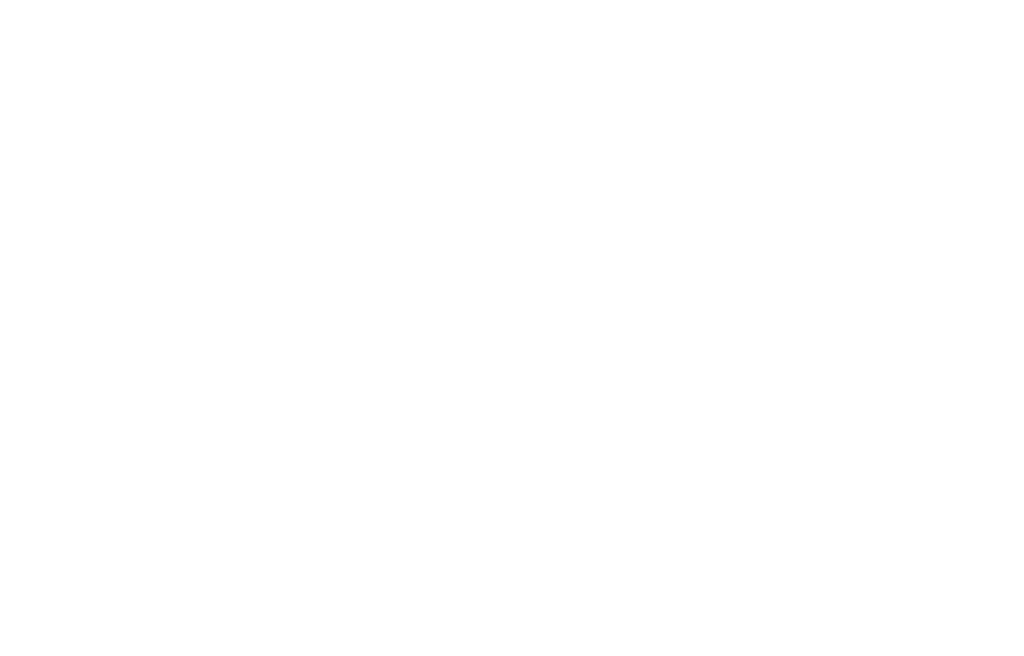
<source format=kicad_pcb>
(kicad_pcb (version 20171130) (host pcbnew "(5.0.1)-4")

  (general
    (thickness 1.6)
    (drawings 96)
    (tracks 0)
    (zones 0)
    (modules 0)
    (nets 1)
  )

  (page A3)
  (layers
    (0 F.Cu signal)
    (31 B.Cu signal)
    (32 B.Adhes user)
    (33 F.Adhes user)
    (34 B.Paste user)
    (35 F.Paste user)
    (36 B.SilkS user)
    (37 F.SilkS user)
    (38 B.Mask user)
    (39 F.Mask user)
    (40 Dwgs.User user)
    (41 Cmts.User user)
    (42 Eco1.User user)
    (43 Eco2.User user)
    (44 Edge.Cuts user)
    (45 Margin user)
    (46 B.CrtYd user)
    (47 F.CrtYd user)
    (48 B.Fab user)
    (49 F.Fab user)
  )

  (setup
    (last_trace_width 0.25)
    (trace_clearance 0.2)
    (zone_clearance 0.508)
    (zone_45_only no)
    (trace_min 0.2)
    (segment_width 0.2)
    (edge_width 0.15)
    (via_size 0.8)
    (via_drill 0.4)
    (via_min_size 0.4)
    (via_min_drill 0.3)
    (uvia_size 0.3)
    (uvia_drill 0.1)
    (uvias_allowed no)
    (uvia_min_size 0.2)
    (uvia_min_drill 0.1)
    (pcb_text_width 0.3)
    (pcb_text_size 1.5 1.5)
    (mod_edge_width 0.15)
    (mod_text_size 1 1)
    (mod_text_width 0.15)
    (pad_size 1.524 1.524)
    (pad_drill 0.762)
    (pad_to_mask_clearance 0.051)
    (solder_mask_min_width 0.25)
    (aux_axis_origin 0 0)
    (visible_elements 7FFFFFFF)
    (pcbplotparams
      (layerselection 0x010fc_ffffffff)
      (usegerberextensions false)
      (usegerberattributes false)
      (usegerberadvancedattributes false)
      (creategerberjobfile false)
      (excludeedgelayer true)
      (linewidth 0.100000)
      (plotframeref false)
      (viasonmask false)
      (mode 1)
      (useauxorigin false)
      (hpglpennumber 1)
      (hpglpenspeed 20)
      (hpglpendiameter 15.000000)
      (psnegative false)
      (psa4output false)
      (plotreference true)
      (plotvalue true)
      (plotinvisibletext false)
      (padsonsilk false)
      (subtractmaskfromsilk false)
      (outputformat 1)
      (mirror false)
      (drillshape 0)
      (scaleselection 1)
      (outputdirectory "Gerber/"))
  )

  (net 0 "")

  (net_class Default 这是默认网络组.
    (clearance 0.2)
    (trace_width 0.25)
    (via_dia 0.8)
    (via_drill 0.4)
    (uvia_dia 0.3)
    (uvia_drill 0.1)
  )

  (gr_line (start 102 197) (end 102 127) (layer F.Mask) (width 0.2) (tstamp 5C734432))
  (gr_arc (start 107 197) (end 102 197) (angle -90) (layer F.Mask) (width 0.2) (tstamp 5C734431))
  (gr_line (start 107 122) (end 197 122) (layer F.Mask) (width 0.2) (tstamp 5C734430))
  (gr_arc (start 107 127) (end 107 122) (angle -90) (layer F.Mask) (width 0.2) (tstamp 5C73442F))
  (gr_line (start 197 202) (end 107 202) (layer F.Mask) (width 0.2) (tstamp 5C73442E))
  (gr_arc (start 197 197) (end 197 202) (angle -90) (layer F.Mask) (width 0.2) (tstamp 5C73442D))
  (gr_line (start 202 127) (end 202 197) (layer F.Mask) (width 0.2) (tstamp 5C73442C))
  (gr_arc (start 197 127) (end 202 127) (angle -90) (layer F.Mask) (width 0.2) (tstamp 5C73442B))
  (gr_line (start 95 202) (end 25 202) (layer F.Mask) (width 0.2) (tstamp 5C734432))
  (gr_arc (start 95 197) (end 95 202) (angle -90) (layer F.Mask) (width 0.2) (tstamp 5C734431))
  (gr_line (start 20 197) (end 20 107) (layer F.Mask) (width 0.2) (tstamp 5C734430))
  (gr_arc (start 25 197) (end 20 197) (angle -90) (layer F.Mask) (width 0.2) (tstamp 5C73442F))
  (gr_line (start 100 107) (end 100 197) (layer F.Mask) (width 0.2) (tstamp 5C73442E))
  (gr_arc (start 95 107) (end 100 107) (angle -90) (layer F.Mask) (width 0.2) (tstamp 5C73442D))
  (gr_line (start 25 102) (end 95 102) (layer F.Mask) (width 0.2) (tstamp 5C73442C))
  (gr_arc (start 25 107) (end 25 102) (angle -90) (layer F.Mask) (width 0.2) (tstamp 5C73442B))
  (gr_line (start 299 120) (end 229 120) (layer F.Mask) (width 0.2) (tstamp 5C734432))
  (gr_arc (start 299 115) (end 299 120) (angle -90) (layer F.Mask) (width 0.2) (tstamp 5C734431))
  (gr_line (start 224 115) (end 224 25) (layer F.Mask) (width 0.2) (tstamp 5C734430))
  (gr_arc (start 229 115) (end 224 115) (angle -90) (layer F.Mask) (width 0.2) (tstamp 5C73442F))
  (gr_line (start 304 25) (end 304 115) (layer F.Mask) (width 0.2) (tstamp 5C73442E))
  (gr_arc (start 299 25) (end 304 25) (angle -90) (layer F.Mask) (width 0.2) (tstamp 5C73442D))
  (gr_line (start 229 20) (end 299 20) (layer F.Mask) (width 0.2) (tstamp 5C73442C))
  (gr_arc (start 229 25) (end 229 20) (angle -90) (layer F.Mask) (width 0.2) (tstamp 5C73442B))
  (gr_line (start 122 95) (end 122 25) (layer F.Mask) (width 0.2) (tstamp 5C734432))
  (gr_arc (start 127 95) (end 122 95) (angle -90) (layer F.Mask) (width 0.2) (tstamp 5C734431))
  (gr_line (start 127 20) (end 217 20) (layer F.Mask) (width 0.2) (tstamp 5C734430))
  (gr_arc (start 127 25) (end 127 20) (angle -90) (layer F.Mask) (width 0.2) (tstamp 5C73442F))
  (gr_line (start 217 100) (end 127 100) (layer F.Mask) (width 0.2) (tstamp 5C73442E))
  (gr_arc (start 217 95) (end 217 100) (angle -90) (layer F.Mask) (width 0.2) (tstamp 5C73442D))
  (gr_line (start 222 25) (end 222 95) (layer F.Mask) (width 0.2) (tstamp 5C73442C))
  (gr_arc (start 217 25) (end 222 25) (angle -90) (layer F.Mask) (width 0.2) (tstamp 5C73442B))
  (gr_line (start 20 95) (end 20 25) (layer F.Mask) (width 0.2) (tstamp 5C734432))
  (gr_arc (start 25 95) (end 20 95) (angle -90) (layer F.Mask) (width 0.2) (tstamp 5C734431))
  (gr_line (start 25 20) (end 115 20) (layer F.Mask) (width 0.2) (tstamp 5C734430))
  (gr_arc (start 25 25) (end 25 20) (angle -90) (layer F.Mask) (width 0.2) (tstamp 5C73442F))
  (gr_line (start 115 100) (end 25 100) (layer F.Mask) (width 0.2) (tstamp 5C73442E))
  (gr_arc (start 115 95) (end 115 100) (angle -90) (layer F.Mask) (width 0.2) (tstamp 5C73442D))
  (gr_line (start 120 25) (end 120 95) (layer F.Mask) (width 0.2) (tstamp 5C73442C))
  (gr_arc (start 115 25) (end 120 25) (angle -90) (layer F.Mask) (width 0.2) (tstamp 5C73442B))
  (gr_line (start 204 197) (end 204 127) (layer F.Mask) (width 0.2) (tstamp 5C734328))
  (gr_arc (start 299 127) (end 304 127) (angle -90) (layer F.Mask) (width 0.2) (tstamp 5C734327))
  (gr_line (start 299 202) (end 209 202) (layer F.Mask) (width 0.2) (tstamp 5C734326))
  (gr_arc (start 209 197) (end 204 197) (angle -90) (layer F.Mask) (width 0.2) (tstamp 5C734325))
  (gr_line (start 209 122) (end 299 122) (layer F.Mask) (width 0.2) (tstamp 5C734324))
  (gr_line (start 304 127) (end 304 197) (layer F.Mask) (width 0.2) (tstamp 5C734323))
  (gr_arc (start 299 197) (end 299 202) (angle -90) (layer F.Mask) (width 0.2) (tstamp 5C734322))
  (gr_arc (start 209 127) (end 209 122) (angle -90) (layer F.Mask) (width 0.2) (tstamp 5C734321))
  (gr_line (start 222 25) (end 222 95) (layer F.Paste) (width 0.2) (tstamp 5C7267B0))
  (gr_arc (start 217 25) (end 222 25) (angle -90) (layer F.Paste) (width 0.2) (tstamp 5C7267AF))
  (gr_line (start 122 95) (end 122 25) (layer F.Paste) (width 0.2) (tstamp 5C7267AE))
  (gr_arc (start 217 95) (end 217 100) (angle -90) (layer F.Paste) (width 0.2) (tstamp 5C7267AD))
  (gr_arc (start 127 25) (end 127 20) (angle -90) (layer F.Paste) (width 0.2) (tstamp 5C7267AC))
  (gr_line (start 217 100) (end 127 100) (layer F.Paste) (width 0.2) (tstamp 5C7267AB))
  (gr_line (start 127 20) (end 217 20) (layer F.Paste) (width 0.2) (tstamp 5C7267AA))
  (gr_arc (start 127 95) (end 122 95) (angle -90) (layer F.Paste) (width 0.2) (tstamp 5C7267A9))
  (gr_line (start 304 127) (end 304 197) (layer F.Paste) (width 0.2) (tstamp 5C725A48))
  (gr_arc (start 299 127) (end 304 127) (angle -90) (layer F.Paste) (width 0.2) (tstamp 5C725A47))
  (gr_line (start 204 197) (end 204 127) (layer F.Paste) (width 0.2) (tstamp 5C725A46))
  (gr_arc (start 299 197) (end 299 202) (angle -90) (layer F.Paste) (width 0.2) (tstamp 5C725A45))
  (gr_arc (start 209 127) (end 209 122) (angle -90) (layer F.Paste) (width 0.2) (tstamp 5C725A44))
  (gr_line (start 299 202) (end 209 202) (layer F.Paste) (width 0.2) (tstamp 5C725A43))
  (gr_line (start 209 122) (end 299 122) (layer F.Paste) (width 0.2) (tstamp 5C725A42))
  (gr_arc (start 209 197) (end 204 197) (angle -90) (layer F.Paste) (width 0.2) (tstamp 5C725A41))
  (gr_arc (start 229 115) (end 224 115) (angle -90) (layer F.Paste) (width 0.2) (tstamp 5C724D37))
  (gr_line (start 224 115) (end 224 25) (layer F.Paste) (width 0.2) (tstamp 5C724D36))
  (gr_arc (start 299 115) (end 299 120) (angle -90) (layer F.Paste) (width 0.2) (tstamp 5C724D35))
  (gr_line (start 299 120) (end 229 120) (layer F.Paste) (width 0.2) (tstamp 5C724D34))
  (gr_arc (start 299 25) (end 304 25) (angle -90) (layer F.Paste) (width 0.2) (tstamp 5C724D33))
  (gr_arc (start 229 25) (end 229 20) (angle -90) (layer F.Paste) (width 0.2) (tstamp 5C724D32))
  (gr_line (start 304 25) (end 304 115) (layer F.Paste) (width 0.2) (tstamp 5C724D31))
  (gr_line (start 229 20) (end 299 20) (layer F.Paste) (width 0.2) (tstamp 5C724D30))
  (gr_arc (start 25 107) (end 25 102) (angle -90) (layer F.Paste) (width 0.2) (tstamp 5C724CA8))
  (gr_arc (start 25 197) (end 20 197) (angle -90) (layer F.Paste) (width 0.2) (tstamp 5C724CA7))
  (gr_arc (start 95 197) (end 95 202) (angle -90) (layer F.Paste) (width 0.2) (tstamp 5C724CA6))
  (gr_line (start 95 202) (end 25 202) (layer F.Paste) (width 0.2) (tstamp 5C724CA5))
  (gr_arc (start 95 107) (end 100 107) (angle -90) (layer F.Paste) (width 0.2) (tstamp 5C724CA4))
  (gr_arc (start 197 127) (end 202 127) (angle -90) (layer F.Paste) (width 0.2) (tstamp 5C724CA3))
  (gr_line (start 197 202) (end 107 202) (layer F.Paste) (width 0.2) (tstamp 5C724CA2))
  (gr_line (start 202 127) (end 202 197) (layer F.Paste) (width 0.2) (tstamp 5C724CA1))
  (gr_line (start 107 122) (end 197 122) (layer F.Paste) (width 0.2) (tstamp 5C724CA0))
  (gr_line (start 102 197) (end 102 127) (layer F.Paste) (width 0.2) (tstamp 5C724C9F))
  (gr_arc (start 107 127) (end 107 122) (angle -90) (layer F.Paste) (width 0.2) (tstamp 5C724C9E))
  (gr_arc (start 107 197) (end 102 197) (angle -90) (layer F.Paste) (width 0.2) (tstamp 5C724C9D))
  (gr_arc (start 197 197) (end 197 202) (angle -90) (layer F.Paste) (width 0.2) (tstamp 5C724C9C))
  (gr_line (start 100 107) (end 100 197) (layer F.Paste) (width 0.2) (tstamp 5C724C9B))
  (gr_line (start 25 102) (end 95 102) (layer F.Paste) (width 0.2) (tstamp 5C724C9A))
  (gr_line (start 20 197) (end 20 107) (layer F.Paste) (width 0.2) (tstamp 5C724C99))
  (gr_arc (start 25 25) (end 25 20) (angle -90) (layer F.Paste) (width 0.2))
  (gr_arc (start 115 95) (end 115 100) (angle -90) (layer F.Paste) (width 0.2))
  (gr_arc (start 25 95) (end 20 95) (angle -90) (layer F.Paste) (width 0.2))
  (gr_arc (start 115 25) (end 120 25) (angle -90) (layer F.Paste) (width 0.2))
  (gr_line (start 20 95) (end 20 25) (layer F.Paste) (width 0.2))
  (gr_line (start 115 100) (end 25 100) (layer F.Paste) (width 0.2))
  (gr_line (start 120 25) (end 120 95) (layer F.Paste) (width 0.2))
  (gr_line (start 25 20) (end 115 20) (layer F.Paste) (width 0.2))

)

</source>
